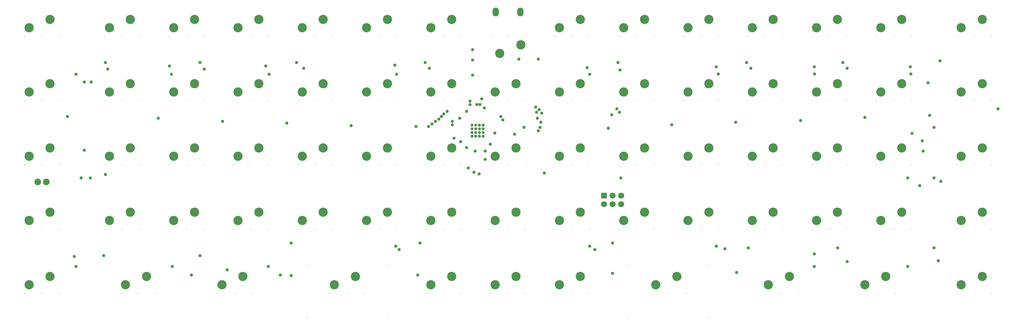
<source format=gbr>
%TF.GenerationSoftware,Altium Limited,Altium Designer,20.2.6 (244)*%
G04 Layer_Color=8388736*
%FSLAX45Y45*%
%MOMM*%
%TF.SameCoordinates,2270FEAA-A680-44EA-805D-832D39C03FB4*%
%TF.FilePolarity,Negative*%
%TF.FileFunction,Soldermask,Top*%
%TF.Part,Single*%
G01*
G75*
%TA.AperFunction,ComponentPad*%
%ADD66R,1.80000X1.80000*%
%ADD67C,1.80000*%
%ADD68O,1.90000X2.60000*%
%ADD69C,2.74000*%
%ADD70C,0.20000*%
%ADD71C,1.97800*%
%TA.AperFunction,ViaPad*%
%ADD72C,0.95000*%
%ADD73C,0.90000*%
D66*
X2846000Y-4723000D02*
D03*
D67*
Y-4977000D02*
D03*
X3100000Y-4723000D02*
D03*
Y-4977000D02*
D03*
X3354000Y-4723000D02*
D03*
Y-4977000D02*
D03*
D68*
X-365000Y720000D02*
D03*
X365000D02*
D03*
D69*
X-241889Y-502083D02*
D03*
X381000Y-254000D02*
D03*
X11049000Y254000D02*
D03*
X11671889Y502083D02*
D03*
Y-1402917D02*
D03*
X11049000Y-1651000D02*
D03*
X-14192250Y-3556000D02*
D03*
X-13569360Y-3307917D02*
D03*
X11049000Y-3556000D02*
D03*
X11671889Y-3307917D02*
D03*
X13430251Y-3556000D02*
D03*
X14053139Y-3307917D02*
D03*
X1524000Y-7366000D02*
D03*
X2146889Y-7117917D02*
D03*
X5004389D02*
D03*
X4381500Y-7366000D02*
D03*
X14053139Y-7117917D02*
D03*
X13430251Y-7366000D02*
D03*
X14053139Y-1402917D02*
D03*
X13430251Y-1651000D02*
D03*
X-5143500Y-7366000D02*
D03*
X-4520611Y-7117917D02*
D03*
X-11811000Y254000D02*
D03*
X-11188111Y502083D02*
D03*
X-9283111D02*
D03*
X-9906000Y254000D02*
D03*
X-8001000D02*
D03*
X-7378111Y502083D02*
D03*
X-5473111D02*
D03*
X-6096000Y254000D02*
D03*
X-4191000D02*
D03*
X-3568111Y502083D02*
D03*
X-1663111D02*
D03*
X-2286000Y254000D02*
D03*
X1524000D02*
D03*
X2146889Y502083D02*
D03*
X4051889D02*
D03*
X3429000Y254000D02*
D03*
X5334000D02*
D03*
X5956889Y502083D02*
D03*
X7861889D02*
D03*
X7239000Y254000D02*
D03*
X9144000D02*
D03*
X9766889Y502083D02*
D03*
X10572750Y-7366000D02*
D03*
X11195639Y-7117917D02*
D03*
X7715250Y-7366000D02*
D03*
X8338139Y-7117917D02*
D03*
X241889D02*
D03*
X-381000Y-7366000D02*
D03*
X-1663111Y-7117917D02*
D03*
X-2286000Y-7366000D02*
D03*
X-8477250D02*
D03*
X-7854361Y-7117917D02*
D03*
X-11334750Y-7366000D02*
D03*
X-10711861Y-7117917D02*
D03*
X-14192250Y-7366000D02*
D03*
X-13569360Y-7117917D02*
D03*
X-14192250Y-5461000D02*
D03*
X-13569360Y-5212917D02*
D03*
X-11188111D02*
D03*
X-11811000Y-5461000D02*
D03*
X-9283111Y-5212917D02*
D03*
X-9906000Y-5461000D02*
D03*
X-7378111Y-5212917D02*
D03*
X-8001000Y-5461000D02*
D03*
X-5473111Y-5212917D02*
D03*
X-6096000Y-5461000D02*
D03*
X-3568111Y-5212917D02*
D03*
X-4191000Y-5461000D02*
D03*
X-1663111Y-5212917D02*
D03*
X-2286000Y-5461000D02*
D03*
X241889Y-5212917D02*
D03*
X-381000Y-5461000D02*
D03*
X2146889Y-5212917D02*
D03*
X1524000Y-5461000D02*
D03*
X4051889Y-5212917D02*
D03*
X3429000Y-5461000D02*
D03*
X5956889Y-5212917D02*
D03*
X5334000Y-5461000D02*
D03*
X7861889Y-5212917D02*
D03*
X7239000Y-5461000D02*
D03*
X9766889Y-5212917D02*
D03*
X9144000Y-5461000D02*
D03*
X11671889Y-5212917D02*
D03*
X11049000Y-5461000D02*
D03*
X13430251D02*
D03*
X14053139Y-5212917D02*
D03*
X9766889Y-3307917D02*
D03*
X9144000Y-3556000D02*
D03*
X7861889Y-3307917D02*
D03*
X7239000Y-3556000D02*
D03*
X5956889Y-3307917D02*
D03*
X5334000Y-3556000D02*
D03*
X4051889Y-3307917D02*
D03*
X3429000Y-3556000D02*
D03*
X2146889Y-3307917D02*
D03*
X1524000Y-3556000D02*
D03*
X241889Y-3307917D02*
D03*
X-381000Y-3556000D02*
D03*
X-1663111Y-3307917D02*
D03*
X-2286000Y-3556000D02*
D03*
X-3568111Y-3307917D02*
D03*
X-4191000Y-3556000D02*
D03*
X-5473111Y-3307917D02*
D03*
X-6096000Y-3556000D02*
D03*
X-7378111Y-3307917D02*
D03*
X-8001000Y-3556000D02*
D03*
X-9283111Y-3307917D02*
D03*
X-9906000Y-3556000D02*
D03*
X-11188111Y-3307917D02*
D03*
X-11811000Y-3556000D02*
D03*
X-14192250Y-1651000D02*
D03*
X-13569360Y-1402917D02*
D03*
X-11811000Y-1651000D02*
D03*
X-11188111Y-1402917D02*
D03*
X-9906000Y-1651000D02*
D03*
X-9283111Y-1402917D02*
D03*
X-8001000Y-1651000D02*
D03*
X-7378111Y-1402917D02*
D03*
X-6096000Y-1651000D02*
D03*
X-5473111Y-1402917D02*
D03*
X-4191000Y-1651000D02*
D03*
X-3568111Y-1402917D02*
D03*
X-2286000Y-1651000D02*
D03*
X-1663111Y-1402917D02*
D03*
X-381000Y-1651000D02*
D03*
X241889Y-1402917D02*
D03*
X1524000Y-1651000D02*
D03*
X2146889Y-1402917D02*
D03*
X3429000Y-1651000D02*
D03*
X4051889Y-1402917D02*
D03*
X5334000Y-1651000D02*
D03*
X5956889Y-1402917D02*
D03*
X7239000Y-1651000D02*
D03*
X7861889Y-1402917D02*
D03*
X9144000Y-1651000D02*
D03*
X9766889Y-1402917D02*
D03*
X13430251Y254000D02*
D03*
X14053139Y502083D02*
D03*
X-14192250Y254000D02*
D03*
X-13569360Y502083D02*
D03*
D70*
X-508000Y0D02*
D03*
X508000D02*
D03*
X0D02*
D03*
X11430000D02*
D03*
X10922000D02*
D03*
X11938000D02*
D03*
Y-1905000D02*
D03*
X10922000D02*
D03*
X11430000D02*
D03*
X-13811250Y-3810000D02*
D03*
X-14319250D02*
D03*
X-13303250D02*
D03*
X11430000D02*
D03*
X10922000D02*
D03*
X11938000D02*
D03*
X13811250D02*
D03*
X13303250D02*
D03*
X14319250D02*
D03*
X1905000Y-7620000D02*
D03*
X1397000D02*
D03*
X2413000D02*
D03*
X5270500D02*
D03*
X4254500D02*
D03*
X4762500D02*
D03*
X3568700Y-8318500D02*
D03*
Y-6794500D02*
D03*
X5956300Y-8318500D02*
D03*
Y-6794500D02*
D03*
X14319250Y-7620000D02*
D03*
X13303250D02*
D03*
X13811250D02*
D03*
X14319250Y-1905000D02*
D03*
X13303250D02*
D03*
X13811250D02*
D03*
X-3568700Y-6794500D02*
D03*
Y-8318500D02*
D03*
X-5956300Y-6794500D02*
D03*
Y-8318500D02*
D03*
X-4762500Y-7620000D02*
D03*
X-5270500D02*
D03*
X-4254500D02*
D03*
X-11430000Y0D02*
D03*
X-11938000D02*
D03*
X-10922000D02*
D03*
X-9017000D02*
D03*
X-10033000D02*
D03*
X-9525000D02*
D03*
X-7620000D02*
D03*
X-8128000D02*
D03*
X-7112000D02*
D03*
X-5207000D02*
D03*
X-6223000D02*
D03*
X-5715000D02*
D03*
X-3810000D02*
D03*
X-4318000D02*
D03*
X-3302000D02*
D03*
X-1397000D02*
D03*
X-2413000D02*
D03*
X-1905000D02*
D03*
X1905000D02*
D03*
X1397000D02*
D03*
X2413000D02*
D03*
X4318000D02*
D03*
X3302000D02*
D03*
X3810000D02*
D03*
X5715000D02*
D03*
X5207000D02*
D03*
X6223000D02*
D03*
X8128000D02*
D03*
X7112000D02*
D03*
X7620000D02*
D03*
X9525000D02*
D03*
X9017000D02*
D03*
X10033000D02*
D03*
X10953750Y-7620000D02*
D03*
X10445750D02*
D03*
X11461750D02*
D03*
X8096250D02*
D03*
X7588250D02*
D03*
X8604250D02*
D03*
X508000D02*
D03*
X-508000D02*
D03*
X0D02*
D03*
X-1397000D02*
D03*
X-2413000D02*
D03*
X-1905000D02*
D03*
X-8096250D02*
D03*
X-8604250D02*
D03*
X-7588250D02*
D03*
X-10953750D02*
D03*
X-11461750D02*
D03*
X-10445750D02*
D03*
X-13811250D02*
D03*
X-14319250D02*
D03*
X-13303250D02*
D03*
X-13811250Y-5715000D02*
D03*
X-14319250D02*
D03*
X-13303250D02*
D03*
X-10922000D02*
D03*
X-11938000D02*
D03*
X-11430000D02*
D03*
X-9017000D02*
D03*
X-10033000D02*
D03*
X-9525000D02*
D03*
X-7112000D02*
D03*
X-8128000D02*
D03*
X-7620000D02*
D03*
X-5207000D02*
D03*
X-6223000D02*
D03*
X-5715000D02*
D03*
X-3302000D02*
D03*
X-4318000D02*
D03*
X-3810000D02*
D03*
X-1397000D02*
D03*
X-2413000D02*
D03*
X-1905000D02*
D03*
X508000D02*
D03*
X-508000D02*
D03*
X0D02*
D03*
X2413000D02*
D03*
X1397000D02*
D03*
X1905000D02*
D03*
X4318000D02*
D03*
X3302000D02*
D03*
X3810000D02*
D03*
X6223000D02*
D03*
X5207000D02*
D03*
X5715000D02*
D03*
X8128000D02*
D03*
X7112000D02*
D03*
X7620000D02*
D03*
X10033000D02*
D03*
X9017000D02*
D03*
X9525000D02*
D03*
X11938000D02*
D03*
X10922000D02*
D03*
X11430000D02*
D03*
X13811250D02*
D03*
X13303250D02*
D03*
X14319250D02*
D03*
X10033000Y-3810000D02*
D03*
X9017000D02*
D03*
X9525000D02*
D03*
X8128000D02*
D03*
X7112000D02*
D03*
X7620000D02*
D03*
X6223000D02*
D03*
X5207000D02*
D03*
X5715000D02*
D03*
X4318000D02*
D03*
X3302000D02*
D03*
X3810000D02*
D03*
X2413000D02*
D03*
X1397000D02*
D03*
X1905000D02*
D03*
X508000D02*
D03*
X-508000D02*
D03*
X0D02*
D03*
X-1397000D02*
D03*
X-2413000D02*
D03*
X-1905000D02*
D03*
X-3302000D02*
D03*
X-4318000D02*
D03*
X-3810000D02*
D03*
X-5207000D02*
D03*
X-6223000D02*
D03*
X-5715000D02*
D03*
X-7112000D02*
D03*
X-8128000D02*
D03*
X-7620000D02*
D03*
X-9017000D02*
D03*
X-10033000D02*
D03*
X-9525000D02*
D03*
X-10922000D02*
D03*
X-11938000D02*
D03*
X-11430000D02*
D03*
X-13811250Y-1905000D02*
D03*
X-14319250D02*
D03*
X-13303250D02*
D03*
X-11430000D02*
D03*
X-11938000D02*
D03*
X-10922000D02*
D03*
X-9525000D02*
D03*
X-10033000D02*
D03*
X-9017000D02*
D03*
X-7620000D02*
D03*
X-8128000D02*
D03*
X-7112000D02*
D03*
X-5715000D02*
D03*
X-6223000D02*
D03*
X-5207000D02*
D03*
X-3810000D02*
D03*
X-4318000D02*
D03*
X-3302000D02*
D03*
X-1905000D02*
D03*
X-2413000D02*
D03*
X-1397000D02*
D03*
X0D02*
D03*
X-508000D02*
D03*
X508000D02*
D03*
X1905000D02*
D03*
X1397000D02*
D03*
X2413000D02*
D03*
X3810000D02*
D03*
X3302000D02*
D03*
X4318000D02*
D03*
X5715000D02*
D03*
X5207000D02*
D03*
X6223000D02*
D03*
X7620000D02*
D03*
X7112000D02*
D03*
X8128000D02*
D03*
X9525000D02*
D03*
X9017000D02*
D03*
X10033000D02*
D03*
X13811250Y0D02*
D03*
X13303250D02*
D03*
X14319250D02*
D03*
X-13811250D02*
D03*
X-14319250D02*
D03*
X-13303250D02*
D03*
D71*
X-13684250Y-4318000D02*
D03*
X-13938251D02*
D03*
D72*
X-1050000Y-400000D02*
D03*
Y-700000D02*
D03*
X2350000Y-927500D02*
D03*
X-1050000Y-1150000D02*
D03*
X3225000Y-2150000D02*
D03*
X3300000Y-2250000D02*
D03*
X3075000Y-2325000D02*
D03*
X4850000Y-2625000D02*
D03*
X975000Y-2547500D02*
D03*
X2975000Y-2725000D02*
D03*
X1000000Y-2275000D02*
D03*
X850000Y-2250000D02*
D03*
X925000Y-2175000D02*
D03*
X825000Y-2100000D02*
D03*
X3350000Y-4200000D02*
D03*
X-1125000Y-1919613D02*
D03*
X-1225000Y-3300000D02*
D03*
X-1175000Y-3900000D02*
D03*
X-975000Y-3400000D02*
D03*
X-1004801Y-4029801D02*
D03*
X-850000Y-4075000D02*
D03*
X-675845Y-3650000D02*
D03*
X-525000Y-3197500D02*
D03*
X-675000Y-3400000D02*
D03*
X194244Y-2900000D02*
D03*
X475000Y-2700000D02*
D03*
X-775000Y-1850000D02*
D03*
X1075000Y-4050000D02*
D03*
X-12550000Y-1350000D02*
D03*
X-12350000D02*
D03*
X-12375000Y-4200708D02*
D03*
X-12650000Y-4200000D02*
D03*
X-12849251Y-6524251D02*
D03*
X-12800000Y-6825000D02*
D03*
X-6422509Y-7097509D02*
D03*
X12200000Y-4425000D02*
D03*
X12450000Y-1375000D02*
D03*
X12502500Y-2346880D02*
D03*
X900000Y-675000D02*
D03*
X325000D02*
D03*
X-10357500Y-2432380D02*
D03*
X-8452500Y-2520806D02*
D03*
X-6547500Y-2573179D02*
D03*
X-4642500Y-2652501D02*
D03*
X-208937Y-2375000D02*
D03*
X-700000Y-2125000D02*
D03*
X-1222145Y-2222145D02*
D03*
X900000Y-2800000D02*
D03*
X950000Y-2700000D02*
D03*
X-391538Y-2866538D02*
D03*
X875000Y-2425000D02*
D03*
X-1425000D02*
D03*
X-1400000Y-3125000D02*
D03*
X-1600000Y-3025000D02*
D03*
X-2350000Y-2675000D02*
D03*
X-2725000Y-2676756D02*
D03*
X-2150000Y-2525000D02*
D03*
X-2050000Y-2450000D02*
D03*
X-1650000Y-2625000D02*
D03*
X-2250000Y-2600000D02*
D03*
X-1800000Y-2225000D02*
D03*
X-1975000Y-2375000D02*
D03*
X-1900000Y-2300000D02*
D03*
X8675000Y-2500000D02*
D03*
X11850000Y-4200000D02*
D03*
X12825000Y-4300000D02*
D03*
X-9123750Y-781250D02*
D03*
X-6266250D02*
D03*
X-2456250D02*
D03*
X3258750D02*
D03*
X9926250D02*
D03*
X7068750D02*
D03*
X12800000Y-725000D02*
D03*
X-3350000Y-852500D02*
D03*
X-11925000Y-775000D02*
D03*
X-10032500Y-875000D02*
D03*
X-7175000D02*
D03*
X-11857500Y-975000D02*
D03*
X-9000000D02*
D03*
X-6050000Y-950000D02*
D03*
X-2325000D02*
D03*
X-12800000Y-1125000D02*
D03*
X-9975000D02*
D03*
X-7075000D02*
D03*
X-3300000D02*
D03*
X6175000Y-900000D02*
D03*
X3325000Y-1000000D02*
D03*
X9075000Y-900000D02*
D03*
X7200000Y-950000D02*
D03*
X10050000D02*
D03*
X11925000Y-900000D02*
D03*
X12626250Y-4198750D02*
D03*
X-6750000Y-7075000D02*
D03*
X-8325000Y-6925000D02*
D03*
X-9126250Y-6501250D02*
D03*
X-9375000Y-7075000D02*
D03*
X-9950000Y-6825000D02*
D03*
X-2675000Y-7075000D02*
D03*
X-3225000Y-6325000D02*
D03*
X3101250Y-7023750D02*
D03*
X2575000Y-6325000D02*
D03*
X6775000Y-7000000D02*
D03*
X6429394Y-6300000D02*
D03*
X10050000Y-6675000D02*
D03*
X9075000Y-6450000D02*
D03*
X12750000Y-6650000D02*
D03*
X11975000Y-2875000D02*
D03*
X12300000Y-3400000D02*
D03*
X12625000Y-2700000D02*
D03*
X12275000Y-3100000D02*
D03*
X9775000Y-6275000D02*
D03*
X7125000D02*
D03*
X3101250Y-6126250D02*
D03*
X-2606250Y-6131250D02*
D03*
X-6425000Y-6125000D02*
D03*
X-11976250Y-6501250D02*
D03*
X6175000Y-6225000D02*
D03*
X12626250Y-6276250D02*
D03*
X2425000Y-6225000D02*
D03*
X9082500Y-1117500D02*
D03*
X6232500D02*
D03*
X2425000Y-1125000D02*
D03*
X11942500Y-1117500D02*
D03*
X11850000Y-6825000D02*
D03*
X9075000D02*
D03*
X-3325000Y-6225000D02*
D03*
X-7104367Y-6825000D02*
D03*
X-150000Y-2475000D02*
D03*
X6750000Y-2550000D02*
D03*
X10575000Y-2400000D02*
D03*
X14525000Y-2150000D02*
D03*
X-11925000Y-4100000D02*
D03*
X-12550000Y-3375000D02*
D03*
X-1650000Y-2525000D02*
D03*
X-13050000Y-2373279D02*
D03*
X-825000Y-2025000D02*
D03*
X-925000D02*
D03*
X-1125000D02*
D03*
D73*
X-735000Y-2965000D02*
D03*
Y-2855000D02*
D03*
Y-2745000D02*
D03*
Y-2635000D02*
D03*
X-845000Y-2965000D02*
D03*
Y-2855000D02*
D03*
Y-2745000D02*
D03*
Y-2635000D02*
D03*
X-955000Y-2965000D02*
D03*
Y-2855000D02*
D03*
Y-2745000D02*
D03*
Y-2635000D02*
D03*
X-1065000Y-2965000D02*
D03*
Y-2855000D02*
D03*
Y-2745000D02*
D03*
Y-2635000D02*
D03*
%TF.MD5,c57bcccc83ac2056b31b35008bfcdcd0*%
M02*

</source>
